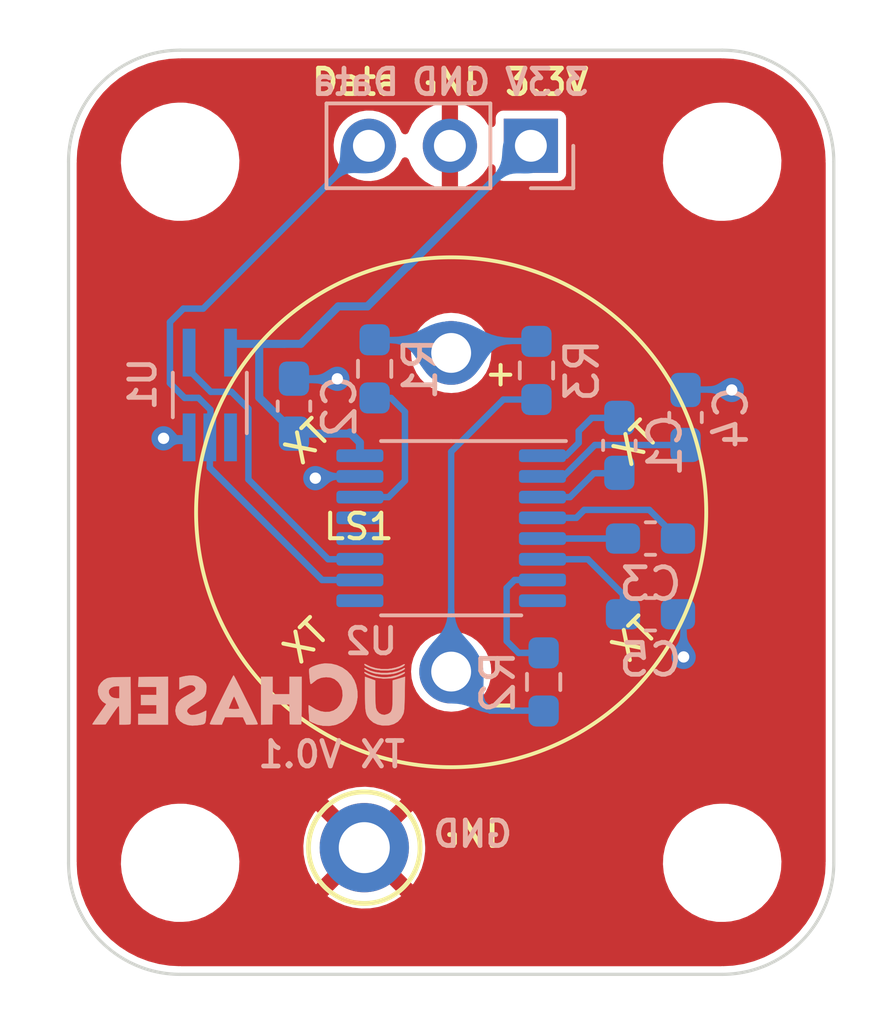
<source format=kicad_pcb>
(kicad_pcb (version 20211014) (generator pcbnew)
  (layers (0 "F.Cu" signal) (31 "B.Cu" signal) (34 "B.Paste" user) (35 "F.Paste" user) (36 "B.SilkS" user "B.Silkscreen") (37 "F.SilkS" user "F.Silkscreen") (38 "B.Mask" user) (39 "F.Mask" user) (44 "Edge.Cuts" user))
  (net 0 "")
  (net 1 "GNDREF")
  (net 2 "Net-(C1-Pad1)")
  (net 3 "Net-(C1-Pad2)")
  (net 4 "+3V3")
  (net 5 "Net-(C3-Pad1)")
  (net 6 "Net-(C3-Pad2)")
  (net 7 "Net-(C4-Pad1)")
  (net 8 "Net-(C5-Pad1)")
  (net 9 "Net-(J1-Pad3)")
  (net 10 "Net-(R1-Pad1)")
  (net 11 "Net-(R2-Pad1)")
  (net 13 "Net-(U1-Pad4)")
  (net 18 "/PZT+")
  (net 19 "/PZT-")
  (footprint "uFinder:ULTRASONIC_16MM" (layer "F.Cu") (at 112 82)
    (fp_text reference "LS1" (at -2.9 0.45) (layer "F.SilkS") (effects (font (size 0.8 0.8) (thickness 0.127))))
    (fp_text value "USTransducer")
    (fp_circle (center 0 0) (end 8 0) (layer "F.SilkS") (width 0.12) (fill none))
    (pad "1" thru_hole circle locked (at 0 -5) (size 2 2) (drill 1.25) (layers *.Cu *.Mask) (net 18 "/PZT+"))
    (pad "2" thru_hole circle locked (at 0 5) (size 2 2) (drill 1.25) (layers *.Cu *.Mask) (net 19 "/PZT-"))
  )
  (footprint "TestPoint:TestPoint_Keystone_5005-5009_Compact" (layer "F.Cu") (at 109.275 92.525)
    (fp_text reference "TP1" hide)
    (fp_text value "TestPoint")
    (fp_circle (center 0 0) (end 1.75 0) (layer "F.SilkS") (width 0.15) (fill none))
    (pad "1" thru_hole circle (at 0 0) (size 2.8 2.8) (drill 1.6) (layers *.Cu *.Mask) (net 1 "GNDREF"))
  )
  (footprint "MountingHole:MountingHole_3.2mm_M3" (layer "F.Cu") (at 120.5 93)
    (fp_text reference "H2" hide)
    (fp_text value "MountingHole")
    (pad "" np_thru_hole circle (at 0 0) (size 3.2 3.2) (drill 3.2) (layers *.Cu *.Mask))
  )
  (footprint "MountingHole:MountingHole_3.2mm_M3" (layer "F.Cu") (at 103.5 71)
    (fp_text reference "H5" hide)
    (fp_text value "MountingHole")
    (pad "" np_thru_hole circle (at 0 0) (size 3.2 3.2) (drill 3.2) (layers *.Cu *.Mask))
  )
  (footprint "MountingHole:MountingHole_3.2mm_M3" (layer "F.Cu") (at 120.5 71)
    (fp_text reference "H3" hide)
    (fp_text value "MountingHole")
    (pad "" np_thru_hole circle (at 0 0) (size 3.2 3.2) (drill 3.2) (layers *.Cu *.Mask))
  )
  (footprint "MountingHole:MountingHole_3.2mm_M3" (layer "F.Cu") (at 103.5 93)
    (fp_text reference "H4" hide)
    (fp_text value "MountingHole")
    (pad "" np_thru_hole circle (at 0 0) (size 3.2 3.2) (drill 3.2) (layers *.Cu *.Mask))
  )
  (footprint "Resistor_SMD:R_0603_1608Metric_Pad0.98x0.95mm_HandSolder" (layer "B.Cu") (at 109.6 77.5 90)
    (fp_text reference "R1" (at 0 1.43 270) (layer "B.SilkS") (effects (justify mirror)))
    (fp_text value "0")
    (fp_line (start -0.254724 -0.5225) (end 0.254724 -0.5225) (layer "B.SilkS") (width 0.12))
    (fp_line (start -0.254724 0.5225) (end 0.254724 0.5225) (layer "B.SilkS") (width 0.12))
    (pad "1" smd roundrect (at -0.9125 0 90) (size 0.975 0.95) (layers "B.Cu" "B.Paste" "B.Mask") (net 10 "Net-(R1-Pad1)"))
    (pad "2" smd roundrect (at 0.9125 0 90) (size 0.975 0.95) (layers "B.Cu" "B.Paste" "B.Mask") (net 18 "/PZT+"))
  )
  (footprint "Resistor_SMD:R_0603_1608Metric_Pad0.98x0.95mm_HandSolder" (layer "B.Cu") (at 114.675 77.55 90)
    (fp_text reference "R3" (at 0 1.43 270) (layer "B.SilkS") (effects (justify mirror)))
    (fp_text value "NP")
    (fp_line (start -0.254724 0.5225) (end 0.254724 0.5225) (layer "B.SilkS") (width 0.12))
    (fp_line (start -0.254724 -0.5225) (end 0.254724 -0.5225) (layer "B.SilkS") (width 0.12))
    (pad "1" smd roundrect (at -0.9125 0 90) (size 0.975 0.95) (layers "B.Cu" "B.Paste" "B.Mask") (net 19 "/PZT-"))
    (pad "2" smd roundrect (at 0.9125 0 90) (size 0.975 0.95) (layers "B.Cu" "B.Paste" "B.Mask") (net 18 "/PZT+"))
  )
  (footprint "Capacitor_SMD:C_0603_1608Metric_Pad1.08x0.95mm_HandSolder" (layer "B.Cu") (at 118.25 82.825)
    (fp_text reference "C3" (at 0 1.43 180) (layer "B.SilkS") (effects (justify mirror)))
    (fp_text value "1u")
    (fp_line (start -0.146267 0.51) (end 0.146267 0.51) (layer "B.SilkS") (width 0.12))
    (fp_line (start -0.146267 -0.51) (end 0.146267 -0.51) (layer "B.SilkS") (width 0.12))
    (pad "1" smd roundrect (at -0.8625 0) (size 1.075 0.95) (layers "B.Cu" "B.Paste" "B.Mask") (net 5 "Net-(C3-Pad1)"))
    (pad "2" smd roundrect (at 0.8625 0) (size 1.075 0.95) (layers "B.Cu" "B.Paste" "B.Mask") (net 6 "Net-(C3-Pad2)"))
  )
  (footprint "Capacitor_SMD:C_0603_1608Metric_Pad1.08x0.95mm_HandSolder" (layer "B.Cu") (at 119.35 79.025 90)
    (fp_text reference "C4" (at 0 1.43 270) (layer "B.SilkS") (effects (justify mirror)))
    (fp_text value "1u")
    (fp_line (start -0.146267 0.51) (end 0.146267 0.51) (layer "B.SilkS") (width 0.12))
    (fp_line (start -0.146267 -0.51) (end 0.146267 -0.51) (layer "B.SilkS") (width 0.12))
    (pad "1" smd roundrect (at -0.8625 0 90) (size 1.075 0.95) (layers "B.Cu" "B.Paste" "B.Mask") (net 7 "Net-(C4-Pad1)"))
    (pad "2" smd roundrect (at 0.8625 0 90) (size 1.075 0.95) (layers "B.Cu" "B.Paste" "B.Mask") (net 1 "GNDREF"))
  )
  (footprint "Capacitor_SMD:C_0603_1608Metric_Pad1.08x0.95mm_HandSolder" (layer "B.Cu") (at 118.25 85.2)
    (fp_text reference "C5" (at 0 1.43 180) (layer "B.SilkS") (effects (justify mirror)))
    (fp_text value "1u")
    (fp_line (start -0.146267 0.51) (end 0.146267 0.51) (layer "B.SilkS") (width 0.12))
    (fp_line (start -0.146267 -0.51) (end 0.146267 -0.51) (layer "B.SilkS") (width 0.12))
    (pad "1" smd roundrect (at -0.8625 0) (size 1.075 0.95) (layers "B.Cu" "B.Paste" "B.Mask") (net 8 "Net-(C5-Pad1)"))
    (pad "2" smd roundrect (at 0.8625 0) (size 1.075 0.95) (layers "B.Cu" "B.Paste" "B.Mask") (net 1 "GNDREF"))
  )
  (footprint "Capacitor_SMD:C_0603_1608Metric_Pad1.08x0.95mm_HandSolder" (layer "B.Cu") (at 117.275 79.9 90)
    (fp_text reference "C1" (at 0 1.43 270) (layer "B.SilkS") (effects (justify mirror)))
    (fp_text value "1u")
    (fp_line (start -0.146267 0.51) (end 0.146267 0.51) (layer "B.SilkS") (width 0.12))
    (fp_line (start -0.146267 -0.51) (end 0.146267 -0.51) (layer "B.SilkS") (width 0.12))
    (pad "1" smd roundrect (at -0.8625 0 90) (size 1.075 0.95) (layers "B.Cu" "B.Paste" "B.Mask") (net 2 "Net-(C1-Pad1)"))
    (pad "2" smd roundrect (at 0.8625 0 90) (size 1.075 0.95) (layers "B.Cu" "B.Paste" "B.Mask") (net 3 "Net-(C1-Pad2)"))
  )
  (footprint "Capacitor_SMD:C_0603_1608Metric_Pad1.08x0.95mm_HandSolder" (layer "B.Cu") (at 107.07 78.67 90)
    (fp_text reference "C2" (at 0 1.43 270) (layer "B.SilkS") (effects (justify mirror)))
    (fp_text value "1u")
    (fp_line (start -0.146267 -0.51) (end 0.146267 -0.51) (layer "B.SilkS") (width 0.12))
    (fp_line (start -0.146267 0.51) (end 0.146267 0.51) (layer "B.SilkS") (width 0.12))
    (pad "1" smd roundrect (at -0.8625 0 90) (size 1.075 0.95) (layers "B.Cu" "B.Paste" "B.Mask") (net 4 "+3V3"))
    (pad "2" smd roundrect (at 0.8625 0 90) (size 1.075 0.95) (layers "B.Cu" "B.Paste" "B.Mask") (net 1 "GNDREF"))
  )
  (footprint "Package_SO:TSSOP-16_4.4x5mm_P0.65mm" (layer "B.Cu") (at 112 82.5 180)
    (fp_text reference "U2" (at 2.51 -3.55) (layer "B.SilkS") (effects (font (size 0.8 0.8)) (justify mirror)))
    (fp_text value "ICL3232IVZ")
    (fp_line (start 0 -2.735) (end -2.2 -2.735) (layer "B.SilkS") (width 0.12))
    (fp_line (start 0 -2.735) (end 2.2 -2.735) (layer "B.SilkS") (width 0.12))
    (fp_line (start 0 2.735) (end 2.2 2.735) (layer "B.SilkS") (width 0.12))
    (fp_line (start 0 2.735) (end -3.6 2.735) (layer "B.SilkS") (width 0.12))
    (pad "1" smd roundrect locked (at -2.8625 2.275 180) (size 1.475 0.4) (layers "B.Cu" "B.Paste" "B.Mask") (net 3 "Net-(C1-Pad2)"))
    (pad "2" smd roundrect locked (at -2.8625 1.625 180) (size 1.475 0.4) (layers "B.Cu" "B.Paste" "B.Mask") (net 7 "Net-(C4-Pad1)"))
    (pad "3" smd roundrect locked (at -2.8625 0.975 180) (size 1.475 0.4) (layers "B.Cu" "B.Paste" "B.Mask") (net 2 "Net-(C1-Pad1)"))
    (pad "4" smd roundrect locked (at -2.8625 0.325 180) (size 1.475 0.4) (layers "B.Cu" "B.Paste" "B.Mask") (net 6 "Net-(C3-Pad2)"))
    (pad "5" smd roundrect locked (at -2.8625 -0.325 180) (size 1.475 0.4) (layers "B.Cu" "B.Paste" "B.Mask") (net 5 "Net-(C3-Pad1)"))
    (pad "6" smd roundrect locked (at -2.8625 -0.975 180) (size 1.475 0.4) (layers "B.Cu" "B.Paste" "B.Mask") (net 8 "Net-(C5-Pad1)"))
    (pad "7" smd roundrect locked (at -2.8625 -1.625 180) (size 1.475 0.4) (layers "B.Cu" "B.Paste" "B.Mask") (net 11 "Net-(R2-Pad1)"))
    (pad "8" smd roundrect locked (at -2.8625 -2.275 180) (size 1.475 0.4) (layers "B.Cu" "B.Paste" "B.Mask"))
    (pad "9" smd roundrect locked (at 2.8625 -2.275 180) (size 1.475 0.4) (layers "B.Cu" "B.Paste" "B.Mask"))
    (pad "10" smd roundrect locked (at 2.8625 -1.625 180) (size 1.475 0.4) (layers "B.Cu" "B.Paste" "B.Mask") (net 9 "Net-(J1-Pad3)"))
    (pad "11" smd roundrect locked (at 2.8625 -0.975 180) (size 1.475 0.4) (layers "B.Cu" "B.Paste" "B.Mask") (net 13 "Net-(U1-Pad4)"))
    (pad "12" smd roundrect locked (at 2.8625 -0.325 180) (size 1.475 0.4) (layers "B.Cu" "B.Paste" "B.Mask"))
    (pad "13" smd roundrect locked (at 2.8625 0.325 180) (size 1.475 0.4) (layers "B.Cu" "B.Paste" "B.Mask"))
    (pad "14" smd roundrect locked (at 2.8625 0.975 180) (size 1.475 0.4) (layers "B.Cu" "B.Paste" "B.Mask") (net 10 "Net-(R1-Pad1)"))
    (pad "15" smd roundrect locked (at 2.8625 1.625 180) (size 1.475 0.4) (layers "B.Cu" "B.Paste" "B.Mask") (net 1 "GNDREF"))
    (pad "16" smd roundrect locked (at 2.8625 2.275 180) (size 1.475 0.4) (layers "B.Cu" "B.Paste" "B.Mask") (net 4 "+3V3"))
  )
  (footprint "Resistor_SMD:R_0603_1608Metric_Pad0.98x0.95mm_HandSolder" (layer "B.Cu") (at 114.9 87.325 -90)
    (fp_text reference "R2" (at 0 1.43 90) (layer "B.SilkS") (effects (justify mirror)))
    (fp_text value "0")
    (fp_line (start -0.254724 -0.5225) (end 0.254724 -0.5225) (layer "B.SilkS") (width 0.12))
    (fp_line (start -0.254724 0.5225) (end 0.254724 0.5225) (layer "B.SilkS") (width 0.12))
    (pad "1" smd roundrect (at -0.9125 0 270) (size 0.975 0.95) (layers "B.Cu" "B.Paste" "B.Mask") (net 11 "Net-(R2-Pad1)"))
    (pad "2" smd roundrect (at 0.9125 0 270) (size 0.975 0.95) (layers "B.Cu" "B.Paste" "B.Mask") (net 19 "/PZT-"))
  )
  (footprint "Connector_PinHeader_2.54mm:PinHeader_1x03_P2.54mm_Vertical" (layer "B.Cu") (at 114.5 70.5 90)
    (fp_text reference "J1" hide)
    (fp_text value "Header")
    (fp_line (start -1.33 0) (end -1.33 1.33) (layer "B.SilkS") (width 0.12))
    (fp_line (start 1.33 -1.27) (end 1.33 -6.41) (layer "B.SilkS") (width 0.12))
    (fp_line (start -1.33 1.33) (end 0 1.33) (layer "B.SilkS") (width 0.12))
    (fp_line (start -1.33 -1.27) (end -1.33 -6.41) (layer "B.SilkS") (width 0.12))
    (fp_line (start -1.33 -6.41) (end 1.33 -6.41) (layer "B.SilkS") (width 0.12))
    (fp_line (start -1.33 -1.27) (end 1.33 -1.27) (layer "B.SilkS") (width 0.12))
    (pad "1" thru_hole rect (at 0 0 90) (size 1.7 1.7) (drill 1) (layers *.Cu *.Mask) (net 4 "+3V3"))
    (pad "2" thru_hole oval (at 0 -2.54 90) (size 1.7 1.7) (drill 1) (layers *.Cu *.Mask) (net 1 "GNDREF"))
    (pad "3" thru_hole oval (at 0 -5.08 90) (size 1.7 1.7) (drill 1) (layers *.Cu *.Mask) (net 9 "Net-(J1-Pad3)"))
  )
  (footprint "Package_TO_SOT_SMD:SOT-353_SC-70-5_Handsoldering" (layer "B.Cu") (at 104.43 78.32 90)
    (fp_text reference "U1" (at 0.345 -2.105 90) (layer "B.SilkS") (effects (font (size 0.8 0.8)) (justify mirror)))
    (fp_text value "SN74AHC1G04QDCKRQ1")
    (fp_line (start -0.7 -1.16) (end 0.7 -1.16) (layer "B.SilkS") (width 0.12))
    (fp_line (start 0.7 1.16) (end -1.2 1.16) (layer "B.SilkS") (width 0.12))
    (pad "1" smd rect (at -1.33 0.65 90) (size 1.5 0.4) (layers "B.Cu" "B.Paste" "B.Mask"))
    (pad "2" smd rect (at -1.33 0 90) (size 1.5 0.4) (layers "B.Cu" "B.Paste" "B.Mask") (net 9 "Net-(J1-Pad3)"))
    (pad "3" smd rect (at -1.33 -0.65 90) (size 1.5 0.4) (layers "B.Cu" "B.Paste" "B.Mask") (net 1 "GNDREF"))
    (pad "4" smd rect (at 1.33 -0.65 90) (size 1.5 0.4) (layers "B.Cu" "B.Paste" "B.Mask") (net 13 "Net-(U1-Pad4)"))
    (pad "5" smd rect (at 1.33 0.65 90) (size 1.5 0.4) (layers "B.Cu" "B.Paste" "B.Mask") (net 4 "+3V3"))
  )
  (footprint "uFinder:logo" (layer "B.Cu") (at 105.399208 87.655587 180)
    (fp_text reference "Ref**" hide)
    (fp_text value "Val**" hide)
    (fp_poly (pts (xy -3.881923 0.89159) (xy -3.878775 0.877044) (xy -3.878767 0.875483) (xy -3.897564 0.85146) (xy -3.94763 0.820247) (xy -4.019478 0.786106) (xy -4.103623 0.753297) (xy -4.190577 0.726081) (xy -4.235827 0.715111) (xy -4.419419 0.69095) (xy -4.613566 0.690872) (xy -4.795836 0.714852) (xy -4.799921 0.715732) (xy -4.948641 0.756539) (xy -5.065478 0.80652) (xy -5.116984 0.839386) (xy -5.145844 0.870543) (xy -5.140939 0.88665) (xy -5.109771 0.882096) (xy -5.08068 0.866525) (xy -4.986771 0.819447) (xy -4.86405 0.778995) (xy -4.725936 0.74886) (xy -4.596653 0.73341) (xy -4.415357 0.734572) (xy -4.236779 0.760385) (xy -4.074744 0.808294) (xy -3.994816 0.844653) (xy -3.931429 0.877657) (xy -3.896636 0.892549) (xy -3.881923 0.89159)) (layer "B.SilkS") (width 0.01) (fill solid))
    (fp_poly (pts (xy 0.235521 0.518173) (xy 0.263944 0.466608) (xy 0.305724 0.386709) (xy 0.358442 0.283419) (xy 0.419676 0.161682) (xy 0.487006 0.026441) (xy 0.558011 -0.117361) (xy 0.630269 -0.264779) (xy 0.70136 -0.410871) (xy 0.768862 -0.550694) (xy 0.830356 -0.679302) (xy 0.88342 -0.791754) (xy 0.925633 -0.883106) (xy 0.954574 -0.948413) (xy 0.967823 -0.982733) (xy 0.968399 -0.985889) (xy 0.947831 -0.997949) (xy 0.888144 -1.005668) (xy 0.792367 -1.008679) (xy 0.780358 -1.008707) (xy 0.592316 -1.008707) (xy 0.545066 -0.892291) (xy 0.497816 -0.775874) (xy -0.07111 -0.775874) (xy -0.124407 -0.892291) (xy -0.177704 -1.008707) (xy -0.356069 -1.008707) (xy -0.436984 -1.006563) (xy -0.498737 -1.000846) (xy -0.531569 -0.992626) (xy -0.534434 -0.989133) (xy -0.525382 -0.963841) (xy -0.499851 -0.906341) (xy -0.460284 -0.821551) (xy -0.40912 -0.714387) (xy -0.348802 -0.589767) (xy -0.302691 -0.495416) (xy 0.042907 -0.495416) (xy 0.048712 -0.509201) (xy 0.082913 -0.517559) (xy 0.150941 -0.521382) (xy 0.204135 -0.521874) (xy 0.283351 -0.52016) (xy 0.343211 -0.515601) (xy 0.373766 -0.509072) (xy 0.375733 -0.506796) (xy 0.367975 -0.478508) (xy 0.347642 -0.424315) (xy 0.319146 -0.354438) (xy 0.286898 -0.279099) (xy 0.25531 -0.208519) (xy 0.228794 -0.152921) (xy 0.211761 -0.122524) (xy 0.208667 -0.119707) (xy 0.195477 -0.138505) (xy 0.169871 -0.190942) (xy 0.134467 -0.271085) (xy 0.091883 -0.372999) (xy 0.044737 -0.490749) (xy 0.042907 -0.495416) (xy -0.302691 -0.495416) (xy -0.281769 -0.452608) (xy -0.210462 -0.307827) (xy -0.137323 -0.160341) (xy -0.064792 -0.015068) (xy 0.004689 0.123076) (xy 0.068681 0.249174) (xy 0.124741 0.358308) (xy 0.17043 0.445561) (xy 0.203305 0.506017) (xy 0.220928 0.534757) (xy 0.222878 0.536459) (xy 0.235521 0.518173)) (layer "B.SilkS") (width 0.01) (fill solid))
    (fp_poly (pts (xy -5.050334 0.461481) (xy -4.967124 0.436262) (xy -4.882226 0.411468) (xy -4.857726 0.404552) (xy -4.767767 0.379513) (xy -4.767735 -0.055306) (xy -4.766843 -0.22365) (xy -4.763288 -0.355182) (xy -4.755705 -0.455403) (xy -4.742729 -0.529812) (xy -4.722996 -0.58391) (xy -4.695141 -0.623199) (xy -4.6578 -0.653179) (xy -4.613389 -0.677515) (xy -4.515735 -0.704333) (xy -4.421268 -0.693061) (xy -4.337947 -0.647676) (xy -4.27373 -0.572151) (xy -4.241188 -0.49163) (xy -4.233277 -0.438759) (xy -4.226525 -0.352248) (xy -4.221362 -0.240782) (xy -4.218215 -0.113049) (xy -4.217434 -0.009674) (xy -4.217434 0.377947) (xy -4.058684 0.435042) (xy -3.899934 0.492138) (xy -3.899934 -0.02302) (xy -3.900744 -0.211241) (xy -3.903868 -0.362854) (xy -3.910351 -0.483566) (xy -3.921236 -0.579084) (xy -3.937568 -0.655115) (xy -3.960391 -0.717365) (xy -3.990748 -0.77154) (xy -4.029684 -0.823349) (xy -4.050862 -0.84807) (xy -4.160367 -0.941168) (xy -4.295832 -1.004026) (xy -4.452074 -1.035083) (xy -4.623911 -1.032775) (xy -4.651797 -1.029304) (xy -4.801271 -0.988796) (xy -4.927878 -0.913516) (xy -5.02833 -0.8061) (xy -5.098587 -0.671226) (xy -5.11031 -0.63213) (xy -5.119675 -0.581657) (xy -5.127075 -0.514312) (xy -5.132901 -0.4246) (xy -5.137547 -0.307026) (xy -5.141404 -0.156095) (xy -5.143618 -0.04071) (xy -5.152983 0.49337) (xy -5.050334 0.461481)) (layer "B.SilkS") (width 0.01) (fill solid))
    (fp_poly (pts (xy 3.77991 0.480502) (xy 3.922668 0.477847) (xy 4.030467 0.472482) (xy 4.110632 0.463734) (xy 4.170489 0.450931) (xy 4.196605 0.442224) (xy 4.292538 0.387019) (xy 4.379424 0.304112) (xy 4.443735 0.207632) (xy 4.460859 0.166164) (xy 4.478305 0.05127) (xy 4.46168 -0.068132) (xy 4.415149 -0.180172) (xy 4.342879 -0.272984) (xy 4.293056 -0.311923) (xy 4.21455 -0.36153) (xy 4.432975 -0.671531) (xy 4.503132 -0.771866) (xy 4.563938 -0.860286) (xy 4.611495 -0.931005) (xy 4.641907 -0.978236) (xy 4.651399 -0.995886) (xy 4.631764 -1.001402) (xy 4.5789 -1.00466) (xy 4.501868 -1.005293) (xy 4.445024 -1.004182) (xy 4.238649 -0.998124) (xy 4.046361 -0.713542) (xy 3.980001 -0.616998) (xy 3.92043 -0.533446) (xy 3.872184 -0.469004) (xy 3.839796 -0.429793) (xy 3.829403 -0.420736) (xy 3.818919 -0.430117) (xy 3.81156 -0.46886) (xy 3.807006 -0.540718) (xy 3.804937 -0.649441) (xy 3.804733 -0.71061) (xy 3.804733 -1.008707) (xy 3.634735 -1.008707) (xy 3.536209 -1.005774) (xy 3.47693 -0.996709) (xy 3.45453 -0.982109) (xy 3.452272 -0.955289) (xy 3.450511 -0.89124) (xy 3.449279 -0.795066) (xy 3.448607 -0.671867) (xy 3.448527 -0.526748) (xy 3.449071 -0.36481) (xy 3.449903 -0.235984) (xy 3.453266 0.197793) (xy 3.804733 0.197793) (xy 3.804733 -0.183207) (xy 3.894691 -0.183128) (xy 3.977731 -0.171504) (xy 4.051486 -0.142293) (xy 4.052292 -0.141804) (xy 4.108074 -0.086723) (xy 4.1371 -0.013988) (xy 4.134722 0.061312) (xy 4.123543 0.089512) (xy 4.072832 0.143788) (xy 3.993942 0.181835) (xy 3.899768 0.197663) (xy 3.89045 0.197793) (xy 3.804733 0.197793) (xy 3.453266 0.197793) (xy 3.455483 0.483543) (xy 3.77991 0.480502)) (layer "B.SilkS") (width 0.01) (fill solid))
    (fp_poly (pts (xy 1.597694 0.529585) (xy 1.715743 0.517567) (xy 1.824894 0.494899) (xy 1.836491 0.491548) (xy 1.920899 0.466259) (xy 1.920899 0.095026) (xy 1.799191 0.157613) (xy 1.720792 0.193466) (xy 1.643971 0.221425) (xy 1.598517 0.232866) (xy 1.519646 0.232044) (xy 1.459414 0.20689) (xy 1.422696 0.165032) (xy 1.414367 0.114095) (xy 1.439302 0.061708) (xy 1.471108 0.033539) (xy 1.518495 0.003457) (xy 1.588655 -0.038094) (xy 1.667073 -0.082535) (xy 1.673412 -0.086038) (xy 1.755988 -0.134938) (xy 1.834811 -0.187253) (xy 1.89302 -0.23178) (xy 1.893693 -0.232369) (xy 1.980528 -0.333881) (xy 2.031664 -0.449084) (xy 2.04814 -0.570639) (xy 2.030995 -0.691203) (xy 1.981268 -0.803437) (xy 1.9 -0.9) (xy 1.788783 -0.97329) (xy 1.658567 -1.019938) (xy 1.520809 -1.037533) (xy 1.362584 -1.027706) (xy 1.359983 -1.027357) (xy 1.253959 -1.012701) (xy 1.182313 -0.998087) (xy 1.137656 -0.976665) (xy 1.112595 -0.941587) (xy 1.09974 -0.886005) (xy 1.091702 -0.803069) (xy 1.089535 -0.776738) (xy 1.083033 -0.690467) (xy 1.079167 -0.621885) (xy 1.078413 -0.58062) (xy 1.079472 -0.573079) (xy 1.100086 -0.578501) (xy 1.148041 -0.598843) (xy 1.213003 -0.629715) (xy 1.213738 -0.630079) (xy 1.305619 -0.667878) (xy 1.402906 -0.695977) (xy 1.457798 -0.705454) (xy 1.529473 -0.710152) (xy 1.576484 -0.703191) (xy 1.615766 -0.680748) (xy 1.634227 -0.66562) (xy 1.677459 -0.613331) (xy 1.682908 -0.560856) (xy 1.64953 -0.505367) (xy 1.576283 -0.444038) (xy 1.544772 -0.423049) (xy 1.459854 -0.368814) (xy 1.368998 -0.31086) (xy 1.314206 -0.275955) (xy 1.208449 -0.198464) (xy 1.138092 -0.119233) (xy 1.096975 -0.028445) (xy 1.078942 0.083713) (xy 1.077962 0.100576) (xy 1.075925 0.18527) (xy 1.081797 0.242811) (xy 1.098409 0.288073) (xy 1.120556 0.324289) (xy 1.210119 0.420605) (xy 1.327039 0.491783) (xy 1.400221 0.517747) (xy 1.487077 0.529971) (xy 1.597694 0.529585)) (layer "B.SilkS") (width 0.01) (fill solid))
    (fp_poly (pts (xy -3.879366 0.758224) (xy -3.878767 0.748483) (xy -3.897564 0.72446) (xy -3.94763 0.693247) (xy -4.019478 0.659106) (xy -4.103623 0.626297) (xy -4.190577 0.599081) (xy -4.235827 0.588111) (xy -4.422116 0.563771) (xy -4.618967 0.564264) (xy -4.801596 0.589074) (xy -4.882191 0.611119) (xy -4.966366 0.641399) (xy -5.044394 0.675445) (xy -5.106547 0.708794) (xy -5.143099 0.736977) (xy -5.148767 0.748483) (xy -5.145091 0.76532) (xy -5.127968 0.764776) (xy -5.088259 0.744802) (xy -5.060019 0.7286) (xy -4.922692 0.668835) (xy -4.759447 0.629898) (xy -4.581223 0.611789) (xy -4.398958 0.614507) (xy -4.223589 0.638053) (xy -4.066054 0.682426) (xy -3.967516 0.7286) (xy -3.914406 0.75816) (xy -3.888069 0.767352) (xy -3.879366 0.758224)) (layer "B.SilkS") (width 0.01) (fill solid))
    (fp_poly (pts (xy -5.132892 0.637685) (xy -4.91166 0.543397) (xy -4.694033 0.488579) (xy -4.513767 0.473695) (xy -4.381034 0.483054) (xy -4.238351 0.508491) (xy -4.103372 0.546048) (xy -3.998522 0.58926) (xy -3.933724 0.622243) (xy -3.897837 0.637911) (xy -3.882362 0.638764) (xy -3.8788 0.627304) (xy -3.878767 0.62449) (xy -3.897693 0.599351) (xy -3.948193 0.567705) (xy -4.020857 0.533631) (xy -4.106269 0.501208) (xy -4.195019 0.474517) (xy -4.255672 0.461143) (xy -4.475491 0.436204) (xy -4.685609 0.443456) (xy -4.767767 0.454806) (xy -4.841196 0.472035) (xy -4.923766 0.499181) (xy -5.00564 0.531933) (xy -5.076979 0.565979) (xy -5.127944 0.597008) (xy -5.148698 0.620707) (xy -5.148767 0.621778) (xy -5.138477 0.639002) (xy -5.132892 0.637685)) (layer "B.SilkS") (width 0.01) (fill solid))
    (fp_poly (pts (xy 2.741108 0.489247) (xy 3.201483 0.483543) (xy 3.207701 0.330084) (xy 3.21392 0.176626) (xy 2.640566 0.176626) (xy 2.640566 -0.077374) (xy 3.127399 -0.077374) (xy 3.127399 -0.394874) (xy 2.640566 -0.394874) (xy 2.640566 -0.670041) (xy 3.212066 -0.670041) (xy 3.212066 -1.008707) (xy 2.280733 -1.008707) (xy 2.280733 0.494952) (xy 2.741108 0.489247)) (layer "B.SilkS") (width 0.01) (fill solid))
    (fp_poly (pts (xy -1.529267 -0.056207) (xy -1.000101 -0.056207) (xy -1.000101 0.494126) (xy -0.640267 0.494126) (xy -0.640267 -1.010419) (xy -0.814892 -1.004272) (xy -0.989517 -0.998124) (xy -0.995375 -0.685916) (xy -1.001233 -0.373707) (xy -1.528136 -0.373707) (xy -1.533993 -0.685916) (xy -1.539851 -0.998124) (xy -1.710162 -1.004202) (xy -1.791434 -1.005305) (xy -1.855736 -1.002827) (xy -1.891904 -0.9973) (xy -1.89537 -0.995382) (xy -1.898851 -0.971445) (xy -1.902043 -0.910107) (xy -1.904849 -0.816299) (xy -1.907171 -0.694952) (xy -1.908911 -0.550999) (xy -1.909973 -0.389372) (xy -1.910267 -0.243179) (xy -1.910267 0.494126) (xy -1.529267 0.494126) (xy -1.529267 -0.056207)) (layer "B.SilkS") (width 0.01) (fill solid))
    (fp_poly (pts (xy -2.55655 0.900478) (xy -2.453647 0.879191) (xy -2.352585 0.849161) (xy -2.262768 0.814168) (xy -2.1936 0.777997) (xy -2.154486 0.744428) (xy -2.150632 0.737222) (xy -2.147149 0.702893) (xy -2.148362 0.639457) (xy -2.15326 0.558031) (xy -2.160837 0.469733) (xy -2.170082 0.38568) (xy -2.179988 0.316991) (xy -2.189546 0.274782) (xy -2.193235 0.267603) (xy -2.215343 0.272261) (xy -2.255034 0.300223) (xy -2.27571 0.318666) (xy -2.39547 0.410586) (xy -2.524416 0.464014) (xy -2.672068 0.482792) (xy -2.682851 0.482906) (xy -2.825488 0.468186) (xy -2.94457 0.42058) (xy -3.046728 0.336889) (xy -3.088745 0.286861) (xy -3.156393 0.173573) (xy -3.191831 0.049149) (xy -3.197771 -0.096663) (xy -3.196379 -0.119707) (xy -3.167991 -0.270762) (xy -3.108915 -0.3965) (xy -3.023524 -0.495329) (xy -2.91619 -0.565655) (xy -2.791287 -0.605887) (xy -2.653187 -0.614431) (xy -2.506264 -0.589694) (xy -2.35489 -0.530084) (xy -2.246863 -0.465548) (xy -2.189402 -0.428247) (xy -2.147059 -0.404917) (xy -2.130434 -0.400485) (xy -2.12823 -0.423885) (xy -2.128961 -0.48072) (xy -2.132375 -0.562214) (xy -2.137608 -0.650485) (xy -2.153684 -0.891582) (xy -2.244789 -0.941779) (xy -2.406591 -1.008625) (xy -2.586537 -1.044552) (xy -2.772903 -1.048641) (xy -2.953968 -1.019975) (xy -3.013978 -1.002014) (xy -3.193106 -0.920116) (xy -3.346307 -0.808056) (xy -3.471741 -0.670482) (xy -3.567572 -0.512041) (xy -3.631962 -0.337381) (xy -3.663074 -0.15115) (xy -3.659069 0.042004) (xy -3.618112 0.237434) (xy -3.561705 0.383414) (xy -3.465798 0.540184) (xy -3.338865 0.673578) (xy -3.187086 0.780416) (xy -3.016639 0.85752) (xy -2.833704 0.901713) (xy -2.64446 0.909814) (xy -2.55655 0.900478)) (layer "B.SilkS") (width 0.01) (fill solid))
  )
  (gr_arc (start 103.5 96.5) (mid 101.025126 95.474874) (end 100 93) (layer "Edge.Cuts") (width 0.1))
  (gr_arc (start 120.5 67.5) (mid 122.974874 68.525126) (end 124 71) (layer "Edge.Cuts") (width 0.1))
  (gr_line (start 124 71) (end 124 93) (layer "Edge.Cuts") (width 0.1))
  (gr_line (start 103.5 67.5) (end 120.5 67.5) (layer "Edge.Cuts") (width 0.1))
  (gr_arc (start 100 71) (mid 101.025126 68.525126) (end 103.5 67.5) (layer "Edge.Cuts") (width 0.1))
  (gr_arc (start 124 93) (mid 122.974874 95.474874) (end 120.5 96.5) (layer "Edge.Cuts") (width 0.1))
  (gr_line (start 100 93) (end 100 71) (layer "Edge.Cuts") (width 0.1))
  (gr_line (start 120.5 96.5) (end 103.5 96.5) (layer "Edge.Cuts") (width 0.1))
  (gr_text "Data" (at 109 68.5) (layer "B.SilkS") (effects (font (size 0.8 0.8)) (justify mirror)))
  (gr_text "TX V0.1" (at 108.25 89.6) (layer "B.SilkS") (effects (font (size 0.8 0.8)) (justify mirror)))
  (gr_text "GND" (at 112.675 92.095) (layer "B.SilkS") (effects (font (size 0.8 0.8)) (justify mirror)))
  (gr_text "GND" (at 112 68.5) (layer "B.SilkS") (effects (font (size 0.8 0.8)) (justify mirror)))
  (gr_text "3.3V" (at 115 68.5) (layer "B.SilkS") (effects (font (size 0.8 0.8)) (justify mirror)))
  (gr_text "TX" (at 117.75 85.975 45) (layer "F.SilkS") (effects (font (size 0.8 0.8) (thickness 0.127)) (justify mirror)))
  (gr_text "_" (at 113.6 87.625) (layer "F.SilkS") (effects (font (size 0.8 0.8) (thickness 0.127)) (justify mirror)))
  (gr_text "GND" (at 112.675 92.095) (layer "F.SilkS") (effects (font (size 0.8 0.8))))
  (gr_text "Data" (at 109 68.5) (layer "F.SilkS") (effects (font (size 0.8 0.8))))
  (gr_text "3.3V" (at 115 68.5) (layer "F.SilkS") (effects (font (size 0.8 0.8))))
  (gr_text "TX" (at 107.5 79.775 45) (layer "F.SilkS") (effects (font (size 0.8 0.8) (thickness 0.127)) (justify mirror)))
  (gr_text "TX" (at 117.8 79.825 45) (layer "F.SilkS") (effects (font (size 0.8 0.8) (thickness 0.127)) (justify mirror)))
  (gr_text "GND" (at 112 68.5) (layer "F.SilkS") (effects (font (size 0.8 0.8))))
  (gr_text "+" (at 113.55 77.625) (layer "F.SilkS") (effects (font (size 0.8 0.8) (thickness 0.127)) (justify mirror)))
  (gr_text "TX" (at 107.45 86.025 45) (layer "F.SilkS") (effects (font (size 0.8 0.8) (thickness 0.127)) (justify mirror)))
  (via (at 102.98 79.68) (size 0.762) (drill 0.3556) (layers "F.Cu" "B.Cu") (net 1))
  (via (at 120.8 78.1625) (size 0.762) (drill 0.3556) (layers "F.Cu" "B.Cu") (net 1))
  (via (at 107.74 80.93) (size 0.762) (drill 0.3556) (layers "F.Cu" "B.Cu") (net 1))
  (via (at 108.43 77.8125) (size 0.762) (drill 0.3556) (layers "F.Cu" "B.Cu") (net 1))
  (via (at 119.29 86.54) (size 0.762) (drill 0.3556) (layers "F.Cu" "B.Cu") (net 1))
  (segment (start 108.4175 77.825) (end 108.43 77.8125) (width 0.254) (layer "B.Cu") (net 1))
  (segment (start 102.98 79.68) (end 103.75 79.68) (width 0.2032) (layer "B.Cu") (net 1))
  (segment (start 109.1375 80.875) (end 107.795 80.875) (width 0.203) (layer "B.Cu") (net 1))
  (segment (start 119.375 78.15) (end 120.7875 78.15) (width 0.203) (layer "B.Cu") (net 1))
  (segment (start 119.29 86.54) (end 119.2875 86.5375) (width 0.203) (layer "B.Cu") (net 1))
  (segment (start 103.75 79.68) (end 103.78 79.65) (width 0.2032) (layer "B.Cu") (net 1))
  (segment (start 120.7875 78.15) (end 120.8 78.1625) (width 0.203) (layer "B.Cu") (net 1))
  (segment (start 107.795 80.875) (end 107.74 80.93) (width 0.203) (layer "B.Cu") (net 1))
  (segment (start 107.07 77.825) (end 108.4175 77.825) (width 0.254) (layer "B.Cu") (net 1))
  (segment (start 119.2875 86.5375) (end 119.2875 85.2) (width 0.203) (layer "B.Cu") (net 1))
  (segment (start 117.2625 80.775) (end 116.475 80.775) (width 0.203) (layer "B.Cu") (net 2))
  (segment (start 115.725 81.525) (end 114.8625 81.525) (width 0.203) (layer "B.Cu") (net 2))
  (segment (start 116.475 80.775) (end 115.725 81.525) (width 0.203) (layer "B.Cu") (net 2))
  (segment (start 117.275 80.7625) (end 117.2625 80.775) (width 0.203) (layer "B.Cu") (net 2))
  (segment (start 116.4125 79.0375) (end 116 79.45) (width 0.203) (layer "B.Cu") (net 3))
  (segment (start 115.597879 80.225) (end 114.8625 80.225) (width 0.203) (layer "B.Cu") (net 3))
  (segment (start 116 79.822879) (end 115.597879 80.225) (width 0.203) (layer "B.Cu") (net 3))
  (segment (start 116 79.45) (end 116 79.822879) (width 0.203) (layer "B.Cu") (net 3))
  (segment (start 117.275 79.0375) (end 116.4125 79.0375) (width 0.203) (layer "B.Cu") (net 3))
  (segment (start 107.07 79.49) (end 107.07 79.5325) (width 0.254) (layer "B.Cu") (net 4))
  (segment (start 108.7925 79.5325) (end 108.825 79.5) (width 0.254) (layer "B.Cu") (net 4))
  (segment (start 107.28472 76.71528) (end 106.77472 76.71528) (width 0.254) (layer "B.Cu") (net 4))
  (segment (start 107.07 79.5325) (end 108.7925 79.5325) (width 0.254) (layer "B.Cu") (net 4))
  (segment (start 108.46 75.54) (end 107.28472 76.71528) (width 0.254) (layer "B.Cu") (net 4))
  (segment (start 105.08 76.75) (end 105.11472 76.71528) (width 0.254) (layer "B.Cu") (net 4))
  (segment (start 110.612 74.3) (end 109.372 75.54) (width 0.254) (layer "B.Cu") (net 4))
  (segment (start 109.1375 79.8125) (end 109.1375 80.225) (width 0.254) (layer "B.Cu") (net 4))
  (segment (start 105.98 78.4) (end 107.07 79.49) (width 0.254) (layer "B.Cu") (net 4))
  (segment (start 109.372 75.54) (end 108.46 75.54) (width 0.254) (layer "B.Cu") (net 4))
  (segment (start 105.11472 76.71528) (end 106.77472 76.71528) (width 0.254) (layer "B.Cu") (net 4))
  (segment (start 114.569 70.358) (end 110.627 74.3) (width 0.254) (layer "B.Cu") (net 4))
  (segment (start 105.08 76.99) (end 105.08 76.75) (width 0.254) (layer "B.Cu") (net 4))
  (segment (start 108.825 79.5) (end 109.1375 79.8125) (width 0.254) (layer "B.Cu") (net 4))
  (segment (start 105.98 76.71528) (end 105.98 78.4) (width 0.254) (layer "B.Cu") (net 4))
  (segment (start 106.77472 76.71528) (end 105.98 76.71528) (width 0.254) (layer "B.Cu") (net 4))
  (segment (start 114.8625 82.825) (end 117.3875 82.825) (width 0.203) (layer "B.Cu") (net 5))
  (segment (start 115.925001 82.175) (end 114.8625 82.175) (width 0.203) (layer "B.Cu") (net 6))
  (segment (start 118.2125 81.925) (end 116.175001 81.925) (width 0.203) (layer "B.Cu") (net 6))
  (segment (start 119.1125 82.825) (end 118.2125 81.925) (width 0.203) (layer "B.Cu") (net 6))
  (segment (start 116.175001 81.925) (end 115.925001 82.175) (width 0.203) (layer "B.Cu") (net 6))
  (segment (start 116.506653 79.89) (end 115.521653 80.875) (width 0.203) (layer "B.Cu") (net 7))
  (segment (start 115.521653 80.875) (end 114.8625 80.875) (width 0.203) (layer "B.Cu") (net 7))
  (segment (start 119.35 79.8875) (end 119.2475 79.89) (width 0.203) (layer "B.Cu") (net 7))
  (segment (start 119.2475 79.89) (end 116.506653 79.89) (width 0.203) (layer "B.Cu") (net 7))
  (segment (start 117.3875 84.575) (end 116.2875 83.475) (width 0.203) (layer "B.Cu") (net 8))
  (segment (start 116.2875 83.475) (end 114.8625 83.475) (width 0.203) (layer "B.Cu") (net 8))
  (segment (start 117.3875 85.2) (end 117.3875 84.575) (width 0.203) (layer "B.Cu") (net 8))
  (segment (start 103.87 78.41) (end 103.641578 78.41) (width 0.203) (layer "B.Cu") (net 9))
  (segment (start 103.641578 78.41) (end 103.18 77.948422) (width 0.203) (layer "B.Cu") (net 9))
  (segment (start 103.18 76.031578) (end 103.601578 75.61) (width 0.203) (layer "B.Cu") (net 9))
  (segment (start 104.45 78.784058) (end 104.45 79.63) (width 0.2032) (layer "B.Cu") (net 9))
  (segment (start 104.222 75.61) (end 109.474 70.358) (width 0.203) (layer "B.Cu") (net 9))
  (segment (start 104.43 79.65) (end 104.43 80.6032) (width 0.2032) (layer "B.Cu") (net 9))
  (segment (start 103.18 77.948422) (end 103.18 76.031578) (width 0.203) (layer "B.Cu") (net 9))
  (segment (start 107.9518 84.125) (end 109.1375 84.125) (width 0.2032) (layer "B.Cu") (net 9))
  (segment (start 104.43 80.6032) (end 107.9518 84.125) (width 0.2032) (layer "B.Cu") (net 9))
  (segment (start 104.075942 78.41) (end 104.45 78.784058) (width 0.2032) (layer "B.Cu") (net 9))
  (segment (start 104.45 79.63) (end 104.43 79.65) (width 0.2032) (layer "B.Cu") (net 9))
  (segment (start 103.87 78.41) (end 104.075942 78.41) (width 0.2032) (layer "B.Cu") (net 9))
  (segment (start 103.601578 75.61) (end 104.222 75.61) (width 0.203) (layer "B.Cu") (net 9))
  (segment (start 110.55 81.01) (end 110.55 78.85) (width 0.203) (layer "B.Cu") (net 10))
  (segment (start 110.1125 78.4125) (end 109.6 78.4125) (width 0.203) (layer "B.Cu") (net 10))
  (segment (start 109.1375 81.525) (end 110.035 81.525) (width 0.203) (layer "B.Cu") (net 10))
  (segment (start 110.55 78.85) (end 110.1125 78.4125) (width 0.203) (layer "B.Cu") (net 10))
  (segment (start 110.035 81.525) (end 110.55 81.01) (width 0.203) (layer "B.Cu") (net 10))
  (segment (start 114.8625 84.125) (end 113.99 84.125) (width 0.203) (layer "B.Cu") (net 11))
  (segment (start 113.99 84.125) (end 113.74 84.375) (width 0.203) (layer "B.Cu") (net 11))
  (segment (start 113.74 86.04) (end 114.1125 86.4125) (width 0.203) (layer "B.Cu") (net 11))
  (segment (start 114.1125 86.4125) (end 114.9 86.4125) (width 0.203) (layer "B.Cu") (net 11))
  (segment (start 113.74 84.375) (end 113.74 86.04) (width 0.203) (layer "B.Cu") (net 11))
  (segment (start 105.64 80.97) (end 105.64 78.75) (width 0.2032) (layer "B.Cu") (net 13))
  (segment (start 104.46 78.22) (end 103.78 77.54) (width 0.2032) (layer "B.Cu") (net 13))
  (segment (start 103.78 77.54) (end 103.78 76.99) (width 0.2032) (layer "B.Cu") (net 13))
  (segment (start 108.13 83.46) (end 108.145 83.475) (width 0.203) (layer "B.Cu") (net 13))
  (segment (start 105.11 78.22) (end 104.46 78.22) (width 0.2032) (layer "B.Cu") (net 13))
  (segment (start 108.145 83.475) (end 109.1375 83.475) (width 0.203) (layer "B.Cu") (net 13))
  (segment (start 105.64 78.75) (end 105.11 78.22) (width 0.2032) (layer "B.Cu") (net 13))
  (segment (start 108.13 83.46) (end 105.64 80.97) (width 0.2032) (layer "B.Cu") (net 13))
  (segment (start 114.675 76.625) (end 112.375 76.625) (width 0.2) (layer "B.Cu") (net 18))
  (segment (start 111.625 76.625) (end 112 77) (width 0.2) (layer "B.Cu") (net 18))
  (segment (start 112.375 76.625) (end 112 77) (width 0.2) (layer "B.Cu") (net 18))
  (segment (start 109.6 76.5875) (end 111.625 76.625) (width 0.2) (layer "B.Cu") (net 18))
  (segment (start 114.8875 88.225) (end 113.225 88.225) (width 0.2) (layer "B.Cu") (net 19))
  (segment (start 114.675 78.625) (end 114.675 78.4625) (width 0.2) (layer "B.Cu") (net 19))
  (segment (start 113.6375 78.4625) (end 112 80.1) (width 0.2) (layer "B.Cu") (net 19))
  (segment (start 114.675 78.4625) (end 113.6375 78.4625) (width 0.2) (layer "B.Cu") (net 19))
  (segment (start 112 80.1) (end 112 87) (width 0.2) (layer "B.Cu") (net 19))
  (segment (start 114.9 88.2375) (end 114.8875 88.225) (width 0.2) (layer "B.Cu") (net 19))
  (segment (start 113.225 88.225) (end 112 87) (width 0.2) (layer "B.Cu") (net 19))
  (zone (net 1) (net_name "GNDREF") (layer "F.Cu") (connect_pads (clearance 0.254)) (min_thickness 0.254) (fill yes (thermal_gap 0.508) (thermal_bridge_width 0.508) (smoothing fillet))
    (polygon (pts (xy 125.35 97.625) (xy 97.85 97.825) (xy 97.85 65.925) (xy 125.35 66.125)))
  )
  (zone (net 1) (net_name "GNDREF") (layer "B.Cu") (priority 16962) (connect_pads yes (clearance 0)) (min_thickness 0.0254) (fill yes (thermal_gap 0.508) (thermal_bridge_width 0.508))
    (polygon (pts (xy 103.678866 79.607451) (xy 103.618887 79.654247) (xy 103.564632 79.671244) (xy 103.514513 79.663463) (xy 103.466942 79.635927) (xy 103.42033 79.593659) (xy 103.373089 79.54168) (xy 103.323631 79.485012) (xy 103.270368 79.428678) (xy 103.211712 79.3777) (xy 103.146074 79.3371) (xy 102.7895 79.68) (xy 103.249407 79.949407) (xy 103.304664 79.904646) (xy 103.359538 79.878261) (xy 103.414344 79.865441) (xy 103.469397 79.86137) (xy 103.525013 79.861235) (xy 103.581505 79.860223) (xy 103.63919 79.85352) (xy 103.698382 79.836314) (xy 103.759397 79.803789) (xy 103.822549 79.751134)))
  )
  (zone (net 1) (net_name "GNDREF") (layer "B.Cu") (priority 16962) (connect_pads yes (clearance 0)) (min_thickness 0.0254) (fill yes (thermal_gap 0.508) (thermal_bridge_width 0.508))
    (polygon (pts (xy 120.0365 78.2515) (xy 120.123706 78.254999) (xy 120.196358 78.265046) (xy 120.257534 78.280963) (xy 120.310309 78.302071) (xy 120.35776 78.327693) (xy 120.402962 78.357152) (xy 120.448992 78.389769) (xy 120.498927 78.424866) (xy 120.555842 78.461766) (xy 120.622815 78.499792) (xy 120.990398 78.168722) (xy 120.645215 77.814359) (xy 120.574438 77.848719) (xy 120.514389 77.882647) (xy 120.461871 77.915393) (xy 120.413685 77.946206) (xy 120.366635 77.974337) (xy 120.317523 77.999035) (xy 120.263151 78.019551) (xy 120.200321 78.035133) (xy 120.125836 78.045033) (xy 120.0365 78.0485)))
  )
  (zone (net 18) (net_name "/PZT+") (layer "B.Cu") (priority 16962) (connect_pads yes (clearance 0)) (min_thickness 0.0254) (fill yes (thermal_gap 0.508) (thermal_bridge_width 0.508))
    (polygon (pts (xy 113.935 76.525) (xy 113.670579 76.511984) (xy 113.451492 76.4764) (xy 113.267229 76.423439) (xy 113.107278 76.358296) (xy 112.961129 76.286164) (xy 112.818271 76.212236) (xy 112.668194 76.141704) (xy 112.500387 76.079762) (xy 112.30434 76.031604) (xy 112.069542 76.002422) (xy 111.535933 77.186123) (xy 112.739585 77.673062) (xy 112.863365 77.524648) (xy 112.965932 77.381882) (xy 113.054887 77.247113) (xy 113.137832 77.12269) (xy 113.22237 77.010963) (xy 113.316101 76.914282) (xy 113.426628 76.834995) (xy 113.561552 76.775453) (xy 113.728475 76.738004) (xy 113.935 76.725)))
  )
  (zone (net 1) (net_name "GNDREF") (layer "B.Cu") (priority 16962) (connect_pads yes (clearance 0)) (min_thickness 0.0254) (fill yes (thermal_gap 0.508) (thermal_bridge_width 0.508))
    (polygon (pts (xy 107.6665 77.952) (xy 107.754979 77.954842) (xy 107.829364 77.963032) (xy 107.892639 77.976067) (xy 107.94779 77.993443) (xy 107.9978 78.014656) (xy 108.045654 78.039202) (xy 108.094338 78.066577) (xy 108.146836 78.096278) (xy 108.206134 78.1278) (xy 108.275215 78.160641) (xy 108.620398 77.806278) (xy 108.252815 77.475208) (xy 108.18752 77.51157) (xy 108.131325 77.545982) (xy 108.081372 77.578) (xy 108.034805 77.607184) (xy 107.988765 77.633091) (xy 107.940397 77.655279) (xy 107.886843 77.673306) (xy 107.825247 77.68673) (xy 107.752752 77.695108) (xy 107.6665 77.698)))
  )
  (zone (net 1) (net_name "GNDREF") (layer "B.Cu") (priority 16962) (connect_pads yes (clearance 0)) (min_thickness 0.0254) (fill yes (thermal_gap 0.508) (thermal_bridge_width 0.508))
    (polygon (pts (xy 108.506 80.7735) (xy 108.4125 80.770139) (xy 108.334367 80.760632) (xy 108.268213 80.745845) (xy 108.210649 80.726641) (xy 108.158286 80.703884) (xy 108.107737 80.678438) (xy 108.055613 80.651169) (xy 107.998526 80.62294) (xy 107.933088 80.594615) (xy 107.855911 80.56706) (xy 107.551415 80.95694) (xy 107.952898 81.245967) (xy 108.013621 81.202344) (xy 108.065499 81.160931) (xy 108.111397 81.122288) (xy 108.15418 81.086977) (xy 108.196717 81.055559) (xy 108.241871 81.028594) (xy 108.292511 81.006644) (xy 108.351501 80.990271) (xy 108.421709 80.980036) (xy 108.506 80.9765)))
  )
  (zone (net 4) (net_name "+3V3") (layer "B.Cu") (priority 16962) (connect_pads yes (clearance 0)) (min_thickness 0.0254) (fill yes (thermal_gap 0.508) (thermal_bridge_width 0.508))
    (polygon (pts (xy 113.463793 71.642812) (xy 113.595272 71.526515) (xy 113.717074 71.447662) (xy 113.832325 71.399224) (xy 113.944153 71.374174) (xy 114.055684 71.365485) (xy 114.170046 71.366129) (xy 114.290366 71.369077) (xy 114.419771 71.367303) (xy 114.561387 71.353779) (xy 114.718343 71.321478) (xy 114.822078 70.222709) (xy 113.720095 70.161997) (xy 113.662482 70.320328) (xy 113.628882 70.464075) (xy 113.611458 70.596355) (xy 113.602374 70.720287) (xy 113.593794 70.83899) (xy 113.577882 70.955582) (xy 113.546801 71.073181) (xy 113.492716 71.194906) (xy 113.40779 71.323875) (xy 113.284188 71.463207)))
  )
  (zone (net 19) (net_name "/PZT-") (layer "B.Cu") (priority 16962) (connect_pads yes (clearance 0)) (min_thickness 0.0254) (fill yes (thermal_gap 0.508) (thermal_bridge_width 0.508))
    (polygon (pts (xy 113.492588 88.125) (xy 113.294664 88.101915) (xy 113.159157 88.036463) (xy 113.074589 87.934345) (xy 113.029479 87.801264) (xy 113.012349 87.642919) (xy 113.011719 87.465015) (xy 113.01611 87.273251) (xy 113.014042 87.07333) (xy 112.994037 86.870954) (xy 112.944616 86.671825) (xy 111.646447 86.646447) (xy 112 88) (xy 112.186147 88.0091) (xy 112.34261 88.0338) (xy 112.477446 88.070199) (xy 112.598713 88.1144) (xy 112.714469 88.1625) (xy 112.832771 88.2106) (xy 112.961676 88.2548) (xy 113.109243 88.2912) (xy 113.283527 88.3159) (xy 113.492588 88.325)))
  )
  (zone (net 1) (net_name "GNDREF") (layer "B.Cu") (priority 16962) (connect_pads yes (clearance 0)) (min_thickness 0.0254) (fill yes (thermal_gap 0.508) (thermal_bridge_width 0.508))
    (polygon (pts (xy 119.186 85.7765) (xy 119.182518 85.864969) (xy 119.172556 85.938704) (xy 119.156833 86.000856) (xy 119.13607 86.054574) (xy 119.110988 86.103008) (xy 119.082307 86.149308) (xy 119.05075 86.196624) (xy 119.017036 86.248107) (xy 118.981886 86.306906) (xy 118.946022 86.376171) (xy 119.291245 86.730495) (xy 119.631807 86.371689) (xy 119.595209 86.303185) (xy 119.559465 86.245013) (xy 119.52528 86.194048) (xy 119.493362 86.147163) (xy 119.464417 86.101232) (xy 119.43915 86.05313) (xy 119.418269 85.999732) (xy 119.402479 85.937911) (xy 119.392487 85.864542) (xy 119.389 85.7765)))
  )
  (zone (net 19) (net_name "/PZT-") (layer "B.Cu") (priority 16962) (connect_pads yes (clearance 0)) (min_thickness 0.0254) (fill yes (thermal_gap 0.508) (thermal_bridge_width 0.508))
    (polygon (pts (xy 111.9 85.01) (xy 111.886742 85.247011) (xy 111.849307 85.440109) (xy 111.791199 85.598963) (xy 111.715923 85.733238) (xy 111.626983 85.852602) (xy 111.527885 85.966723) (xy 111.422133 86.085267) (xy 111.313231 86.217901) (xy 111.204685 86.374294) (xy 111.1 86.564111) (xy 112 87.5) (xy 112.9 86.564111) (xy 112.795314 86.374294) (xy 112.686768 86.217901) (xy 112.577866 86.085267) (xy 112.472114 85.966723) (xy 112.373016 85.852602) (xy 112.284076 85.733238) (xy 112.2088 85.598963) (xy 112.150692 85.440109) (xy 112.113257 85.247011) (xy 112.1 85.01)))
  )
  (zone (net 18) (net_name "/PZT+") (layer "B.Cu") (priority 16962) (connect_pads yes (clearance 0)) (min_thickness 0.0254) (fill yes (thermal_gap 0.508) (thermal_bridge_width 0.508))
    (polygon (pts (xy 110.073415 76.696284) (xy 110.27943 76.713099) (xy 110.445408 76.753597) (xy 110.579013 76.815553) (xy 110.687908 76.896743) (xy 110.779759 76.994943) (xy 110.86223 77.107929) (xy 110.942986 77.233477) (xy 111.02969 77.369363) (xy 111.130008 77.513363) (xy 111.251605 77.663253) (xy 112.461572 77.192225) (xy 111.943616 76.001591) (xy 111.709206 76.027684) (xy 111.513145 76.07334) (xy 111.345031 76.13317) (xy 111.194465 76.201787) (xy 111.051045 76.273804) (xy 110.90437 76.343833) (xy 110.744041 76.406486) (xy 110.559656 76.456377) (xy 110.340815 76.488117) (xy 110.077118 76.496319)))
  )
  (zone (net 9) (net_name "Net-(J1-Pad3)") (layer "B.Cu") (priority 16962) (connect_pads yes (clearance 0)) (min_thickness 0.0254) (fill yes (thermal_gap 0.508) (thermal_bridge_width 0.508))
    (polygon (pts (xy 108.350762 71.624781) (xy 108.48391 71.507556) (xy 108.607364 71.429134) (xy 108.724299 71.382229) (xy 108.837887 71.359556) (xy 108.951304 71.35383) (xy 109.067723 71.357766) (xy 109.190318 71.364079) (xy 109.322264 71.365485) (xy 109.466735 71.354698) (xy 109.626904 71.324433) (xy 109.745901 70.227212) (xy 108.644868 70.15119) (xy 108.584094 70.312587) (xy 108.549083 70.459309) (xy 108.531589 70.594493) (xy 108.52337 70.721277) (xy 108.516184 70.842797) (xy 108.501786 70.96219) (xy 108.471933 71.082594) (xy 108.418383 71.207145) (xy 108.332893 71.33898) (xy 108.207219 71.481238)))
  )
)
</source>
